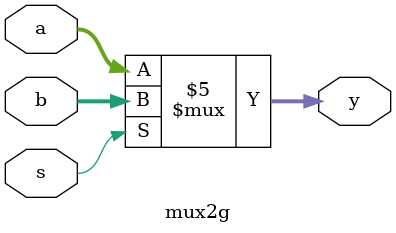
<source format=v>
`timescale 1ns / 1ps


module mux2g

#(parameter N=4)
(
input wire [N-1:0] a,
input wire [N-1:0] b,
input wire s,
output reg [N-1:0] y=0

    );
    
    always@(*)
        begin 
            if (s==0)
                y=a;
            else 
                y=b;
        end 
        
endmodule

</source>
